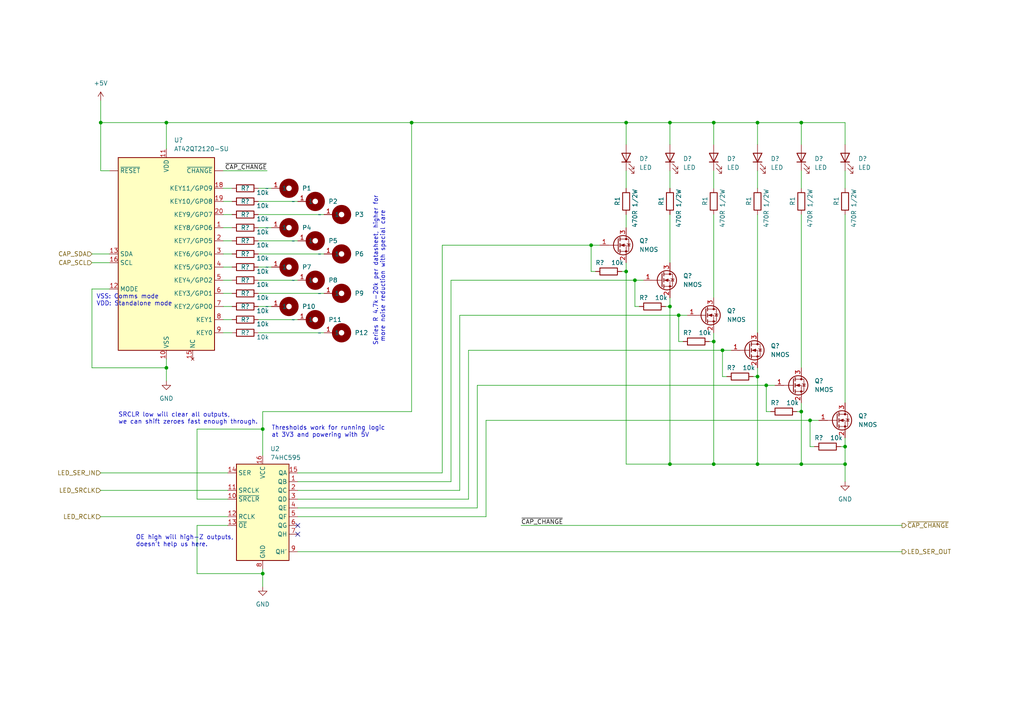
<source format=kicad_sch>
(kicad_sch (version 20230121) (generator eeschema)
  (paper "A4")
  (lib_symbols
    (symbol "74xx:74HC595"
      (property "Reference" "U" (at -7.62 13.97 0))
      (property "Value" "74HC595" (at -7.62 -16.51 0))
      (symbol "74HC595_1_0"
        (pin tri_state line (at 10.16 7.62 180) (length 2.54) (name "QB") (number "1"))
        (pin input line (at -10.16 2.54 0) (length 2.54) (name "~{SRCLR}") (number "10"))
        (pin input line (at -10.16 5.08 0) (length 2.54) (name "SRCLK") (number "11"))
        (pin input line (at -10.16 -2.54 0) (length 2.54) (name "RCLK") (number "12"))
        (pin input line (at -10.16 -5.08 0) (length 2.54) (name "~{OE}") (number "13"))
        (pin input line (at -10.16 10.16 0) (length 2.54) (name "SER") (number "14"))
        (pin tri_state line (at 10.16 10.16 180) (length 2.54) (name "QA") (number "15"))
        (pin power_in line (at 0 15.24 270) (length 2.54) (name "VCC") (number "16"))
        (pin tri_state line (at 10.16 5.08 180) (length 2.54) (name "QC") (number "2"))
        (pin tri_state line (at 10.16 2.54 180) (length 2.54) (name "QD") (number "3"))
        (pin tri_state line (at 10.16 0 180) (length 2.54) (name "QE") (number "4"))
        (pin tri_state line (at 10.16 -2.54 180) (length 2.54) (name "QF") (number "5"))
        (pin tri_state line (at 10.16 -5.08 180) (length 2.54) (name "QG") (number "6"))
        (pin tri_state line (at 10.16 -7.62 180) (length 2.54) (name "QH") (number "7"))
        (pin power_in line (at 0 -17.78 90) (length 2.54) (name "GND") (number "8"))
        (pin output line (at 10.16 -12.7 180) (length 2.54) (name "QH'") (number "9"))
      )
      (symbol "74HC595_1_1"
        (rectangle (start -7.62 12.7) (end 7.62 -15.24) (stroke (width 0.254)) (fill (type background)))
      )
    )
    (symbol "Device:LED" (pin_numbers hide) (pin_names (offset 1.016) hide)
      (property "Reference" "D" (at 0 2.54 0))
      (property "Value" "LED" (at 0 -2.54 0))
      (symbol "LED_0_1"
        (polyline (pts (xy -1.27 -1.27) (xy -1.27 1.27)) (stroke (width 0.254)))
        (polyline (pts (xy -1.27 0) (xy 1.27 0)))
        (polyline (pts (xy 1.27 -1.27) (xy 1.27 1.27) (xy -1.27 0) (xy 1.27 -1.27)) (stroke (width 0.254)))
        (polyline (pts (xy -3.048 -0.762) (xy -4.572 -2.286) (xy -3.81 -2.286) (xy -4.572 -2.286) (xy -4.572 -1.524)))
        (polyline (pts (xy -1.778 -0.762) (xy -3.302 -2.286) (xy -2.54 -2.286) (xy -3.302 -2.286) (xy -3.302 -1.524)))
      )
      (symbol "LED_1_1"
        (pin passive line (at -3.81 0 0) (length 2.54) (name "K") (number "1"))
        (pin passive line (at 3.81 0 180) (length 2.54) (name "A") (number "2"))
      )
    )
    (symbol "Device:Q_NMOS_GSD" (pin_names (offset 0) hide)
      (property "Reference" "Q" (at 5.08 1.27 0))
      (property "Value" "Q_NMOS_GSD" (at 5.08 -1.27 0))
      (symbol "Q_NMOS_GSD_0_1"
        (polyline (pts (xy 0.254 0) (xy -2.54 0)))
        (polyline (pts (xy 0.254 1.905) (xy 0.254 -1.905)) (stroke (width 0.254)))
        (polyline (pts (xy 0.762 -1.27) (xy 0.762 -2.286)) (stroke (width 0.254)))
        (polyline (pts (xy 0.762 0.508) (xy 0.762 -0.508)) (stroke (width 0.254)))
        (polyline (pts (xy 0.762 2.286) (xy 0.762 1.27)) (stroke (width 0.254)))
        (polyline (pts (xy 2.54 2.54) (xy 2.54 1.778)))
        (polyline (pts (xy 2.54 -2.54) (xy 2.54 0) (xy 0.762 0)))
        (polyline (pts (xy 0.762 -1.778) (xy 3.302 -1.778) (xy 3.302 1.778) (xy 0.762 1.778)))
        (polyline (pts (xy 1.016 0) (xy 2.032 0.381) (xy 2.032 -0.381) (xy 1.016 0)) (fill (type outline)))
        (polyline (pts (xy 2.794 0.508) (xy 2.921 0.381) (xy 3.683 0.381) (xy 3.81 0.254)))
        (polyline (pts (xy 3.302 0.381) (xy 2.921 -0.254) (xy 3.683 -0.254) (xy 3.302 0.381)))
        (circle (center 1.651 0) (radius 2.794) (stroke (width 0.254)))
        (circle (center 2.54 -1.778) (radius 0.254) (fill (type outline)))
        (circle (center 2.54 1.778) (radius 0.254) (fill (type outline)))
      )
      (symbol "Q_NMOS_GSD_1_1"
        (pin input line (at -5.08 0 0) (length 2.54) (name "G") (number "1"))
        (pin passive line (at 2.54 -5.08 90) (length 2.54) (name "S") (number "2"))
        (pin passive line (at 2.54 5.08 270) (length 2.54) (name "D") (number "3"))
      )
    )
    (symbol "Device:R" (pin_numbers hide) (pin_names (offset 0))
      (property "Reference" "R" (at 2.032 0 90))
      (property "Value" "R" (at 0 0 90))
      (symbol "R_0_1"
        (rectangle (start -1.016 -2.54) (end 1.016 2.54) (stroke (width 0.254)))
      )
      (symbol "R_1_1"
        (pin passive line (at 0 3.81 270) (length 1.27) (name "~") (number "1"))
        (pin passive line (at 0 -3.81 90) (length 1.27) (name "~") (number "2"))
      )
    )
    (symbol "Sensor_Touch:AT42QT2120-SU"
      (property "Reference" "U" (at 10.16 38.1 0))
      (property "Value" "AT42QT2120-SU" (at 15.24 -16.51 0))
      (symbol "AT42QT2120-SU_1_1"
        (rectangle (start 13.97 40.64) (end 41.91 -15.24) (stroke (width 0.254)) (fill (type background)))
        (pin output line (at 44.45 36.83 180) (length 2.54) (name "~{CHANGE}") (number ""))
        (pin input line (at 11.43 36.83 0) (length 2.54) (name "~{RESET}") (number ""))
        (pin bidirectional line (at 44.45 20.32 180) (length 2.54) (name "KEY8/GPO6") (number "1"))
        (pin power_in line (at 27.94 -17.78 90) (length 2.54) (name "VSS") (number "10"))
        (pin power_in line (at 27.94 43.18 270) (length 2.54) (name "VDD") (number "11"))
        (pin input line (at 11.43 2.54 0) (length 2.54) (name "MODE") (number "12"))
        (pin bidirectional line (at 11.43 12.7 0) (length 2.54) (name "SDA") (number "13"))
        (pin no_connect line (at 35.56 -17.78 90) (length 2.54) (name "NC") (number "15"))
        (pin bidirectional line (at 11.43 10.16 0) (length 2.54) (name "SCL") (number "16"))
        (pin bidirectional line (at 44.45 31.75 180) (length 2.54) (name "KEY11/GPO9") (number "18"))
        (pin bidirectional line (at 44.45 27.94 180) (length 2.54) (name "KEY10/GPO8") (number "19"))
        (pin bidirectional line (at 44.45 16.51 180) (length 2.54) (name "KEY7/GPO5") (number "2"))
        (pin bidirectional line (at 44.45 24.13 180) (length 2.54) (name "KEY9/GPO7") (number "20"))
        (pin bidirectional line (at 44.45 12.7 180) (length 2.54) (name "KEY6/GPO4") (number "3"))
        (pin bidirectional line (at 44.45 8.89 180) (length 2.54) (name "KEY5/GPO3") (number "4"))
        (pin bidirectional line (at 44.45 5.08 180) (length 2.54) (name "KEY4/GPO2") (number "5"))
        (pin bidirectional line (at 44.45 1.27 180) (length 2.54) (name "KEY3/GPO1") (number "6"))
        (pin bidirectional line (at 44.45 -2.54 180) (length 2.54) (name "KEY2/GPO0") (number "7"))
        (pin bidirectional line (at 44.45 -6.35 180) (length 2.54) (name "KEY1") (number "8"))
        (pin bidirectional line (at 44.45 -10.16 180) (length 2.54) (name "KEY0") (number "9"))
      )
    )
    (symbol "Sensor_Touch:Single_LED_Touch_Key"
      (property "Reference" "P" (at 2.54 3.81 0))
      (symbol "Single_LED_Touch_Key_1_1"
        (circle (center 0 0) (radius 1.7961) (stroke (width 2)))
        (pin bidirectional line (at -5.08 0 0) (length 2.54) (name "1") (number "1"))
      )
    )
    (symbol "power:+5V" (power) (pin_names (offset 0))
      (property "Value" "+5V" (at 0 3.556 0))
      (symbol "+5V_0_1"
        (polyline (pts (xy -0.762 1.27) (xy 0 2.54)))
        (polyline (pts (xy 0 0) (xy 0 2.54)))
        (polyline (pts (xy 0 2.54) (xy 0.762 1.27)))
      )
      (symbol "+5V_1_1"
        (pin power_in line (at 0 0 90) (length 0) hide (name "+5V") (number "1"))
      )
    )
    (symbol "power:GND" (power) (pin_names (offset 0))
      (property "Value" "GND" (at 0 -3.81 0))
      (symbol "GND_0_1"
        (polyline (pts (xy 0 0) (xy 0 -1.27) (xy 1.27 -1.27) (xy 0 -2.54) (xy -1.27 -1.27) (xy 0 -1.27)))
      )
      (symbol "GND_1_1"
        (pin power_in line (at 0 0 270) (length 0) hide (name "GND") (number "1"))
      )
    )
  )
  (junction (at 245.11 134.62))
  (junction (at 207.01 99.06))
  (junction (at 232.41 119.38))
  (junction (at 48.26 35.56))
  (junction (at 222.25 111.76))
  (junction (at 196.85 91.44))
  (junction (at 207.01 134.62))
  (junction (at 76.2 166.37))
  (junction (at 184.15 81.28))
  (junction (at 29.21 35.56))
  (junction (at 232.41 35.56))
  (junction (at 219.71 134.62))
  (junction (at 207.01 35.56))
  (junction (at 234.95 121.92))
  (junction (at 209.55 101.6))
  (junction (at 219.71 35.56))
  (junction (at 219.71 109.22))
  (junction (at 48.26 106.68))
  (junction (at 194.31 35.56))
  (junction (at 245.11 129.54))
  (junction (at 232.41 134.62))
  (junction (at 119.38 35.56))
  (junction (at 171.45 71.12))
  (junction (at 194.31 88.9))
  (junction (at 76.2 124.46))
  (junction (at 181.61 78.74))
  (junction (at 181.61 35.56))
  (junction (at 194.31 134.62))
  (no_connect (at 86.36 154.94))
  (no_connect (at 86.36 152.4))
  (wire (pts (xy 74.93 77.47) (xy 78.74 77.47)))
  (wire (pts (xy 209.55 101.6) (xy 212.09 101.6)))
  (wire (pts (xy 236.22 129.54) (xy 234.95 129.54)))
  (wire (pts (xy 64.77 73.66) (xy 67.31 73.66)))
  (wire (pts (xy 57.15 124.46) (xy 76.2 124.46)))
  (wire (pts (xy 74.93 69.85) (xy 86.36 69.85)))
  (wire (pts (xy 64.77 88.9) (xy 67.31 88.9)))
  (wire (pts (xy 128.27 71.12) (xy 171.45 71.12)))
  (wire (pts (xy 64.77 85.09) (xy 67.31 85.09)))
  (wire (pts (xy 232.41 62.23) (xy 232.41 106.68)))
  (wire (pts (xy 64.77 66.04) (xy 67.31 66.04)))
  (wire (pts (xy 130.81 81.28) (xy 184.15 81.28)))
  (wire (pts (xy 74.93 73.66) (xy 93.98 73.66)))
  (wire (pts (xy 64.77 96.52) (xy 67.31 96.52)))
  (wire (pts (xy 205.74 99.06) (xy 207.01 99.06)))
  (wire (pts (xy 135.89 101.6) (xy 135.89 144.78)))
  (wire (pts (xy 64.77 81.28) (xy 67.31 81.28)))
  (wire (pts (xy 74.93 66.04) (xy 78.74 66.04)))
  (wire (pts (xy 198.12 99.06) (xy 196.85 99.06)))
  (wire (pts (xy 245.11 139.7) (xy 245.11 134.62)))
  (wire (pts (xy 232.41 119.38) (xy 232.41 134.62)))
  (wire (pts (xy 29.21 149.86) (xy 66.04 149.86)))
  (wire (pts (xy 232.41 35.56) (xy 245.11 35.56)))
  (wire (pts (xy 181.61 35.56) (xy 181.61 41.91)))
  (wire (pts (xy 48.26 43.18) (xy 48.26 35.56)))
  (wire (pts (xy 74.93 88.9) (xy 78.74 88.9)))
  (wire (pts (xy 64.77 92.71) (xy 67.31 92.71)))
  (wire (pts (xy 207.01 35.56) (xy 207.01 41.91)))
  (wire (pts (xy 207.01 35.56) (xy 219.71 35.56)))
  (wire (pts (xy 29.21 35.56) (xy 48.26 35.56)))
  (wire (pts (xy 222.25 111.76) (xy 224.79 111.76)))
  (wire (pts (xy 194.31 88.9) (xy 194.31 134.62)))
  (wire (pts (xy 74.93 85.09) (xy 93.98 85.09)))
  (wire (pts (xy 219.71 134.62) (xy 232.41 134.62)))
  (wire (pts (xy 184.15 81.28) (xy 186.69 81.28)))
  (wire (pts (xy 64.77 58.42) (xy 67.31 58.42)))
  (wire (pts (xy 140.97 121.92) (xy 234.95 121.92)))
  (wire (pts (xy 128.27 137.16) (xy 128.27 71.12)))
  (wire (pts (xy 245.11 129.54) (xy 245.11 134.62)))
  (wire (pts (xy 232.41 49.53) (xy 232.41 54.61)))
  (wire (pts (xy 231.14 119.38) (xy 232.41 119.38)))
  (wire (pts (xy 194.31 134.62) (xy 207.01 134.62)))
  (wire (pts (xy 31.75 83.82) (xy 26.67 83.82)))
  (wire (pts (xy 181.61 134.62) (xy 194.31 134.62)))
  (wire (pts (xy 76.2 119.38) (xy 76.2 124.46)))
  (wire (pts (xy 196.85 99.06) (xy 196.85 91.44)))
  (wire (pts (xy 234.95 129.54) (xy 234.95 121.92)))
  (wire (pts (xy 76.2 124.46) (xy 76.2 132.08)))
  (wire (pts (xy 181.61 76.2) (xy 181.61 78.74)))
  (wire (pts (xy 207.01 96.52) (xy 207.01 99.06)))
  (wire (pts (xy 86.36 137.16) (xy 128.27 137.16)))
  (wire (pts (xy 57.15 152.4) (xy 57.15 166.37)))
  (wire (pts (xy 245.11 62.23) (xy 245.11 116.84)))
  (wire (pts (xy 232.41 116.84) (xy 232.41 119.38)))
  (wire (pts (xy 31.75 49.53) (xy 29.21 49.53)))
  (wire (pts (xy 245.11 127) (xy 245.11 129.54)))
  (wire (pts (xy 74.93 92.71) (xy 86.36 92.71)))
  (wire (pts (xy 219.71 62.23) (xy 219.71 96.52)))
  (wire (pts (xy 130.81 139.7) (xy 86.36 139.7)))
  (wire (pts (xy 194.31 62.23) (xy 194.31 76.2)))
  (wire (pts (xy 74.93 62.23) (xy 93.98 62.23)))
  (wire (pts (xy 140.97 149.86) (xy 86.36 149.86)))
  (wire (pts (xy 74.93 54.61) (xy 78.74 54.61)))
  (wire (pts (xy 138.43 147.32) (xy 138.43 111.76)))
  (wire (pts (xy 64.77 49.53) (xy 77.47 49.53)))
  (wire (pts (xy 48.26 106.68) (xy 48.26 110.49)))
  (wire (pts (xy 29.21 142.24) (xy 66.04 142.24)))
  (wire (pts (xy 194.31 35.56) (xy 194.31 41.91)))
  (wire (pts (xy 86.36 147.32) (xy 138.43 147.32)))
  (wire (pts (xy 64.77 62.23) (xy 67.31 62.23)))
  (wire (pts (xy 184.15 88.9) (xy 184.15 81.28)))
  (wire (pts (xy 209.55 109.22) (xy 209.55 101.6)))
  (wire (pts (xy 181.61 78.74) (xy 181.61 134.62)))
  (wire (pts (xy 29.21 29.21) (xy 29.21 35.56)))
  (wire (pts (xy 64.77 77.47) (xy 67.31 77.47)))
  (wire (pts (xy 29.21 137.16) (xy 66.04 137.16)))
  (wire (pts (xy 218.44 109.22) (xy 219.71 109.22)))
  (wire (pts (xy 219.71 106.68) (xy 219.71 109.22)))
  (wire (pts (xy 133.35 142.24) (xy 133.35 91.44)))
  (wire (pts (xy 181.61 49.53) (xy 181.61 54.61)))
  (wire (pts (xy 219.71 49.53) (xy 219.71 54.61)))
  (wire (pts (xy 222.25 119.38) (xy 222.25 111.76)))
  (wire (pts (xy 219.71 109.22) (xy 219.71 134.62)))
  (wire (pts (xy 64.77 54.61) (xy 67.31 54.61)))
  (wire (pts (xy 29.21 49.53) (xy 29.21 35.56)))
  (wire (pts (xy 171.45 78.74) (xy 171.45 71.12)))
  (wire (pts (xy 119.38 35.56) (xy 119.38 119.38)))
  (wire (pts (xy 210.82 109.22) (xy 209.55 109.22)))
  (wire (pts (xy 194.31 35.56) (xy 207.01 35.56)))
  (wire (pts (xy 130.81 81.28) (xy 130.81 139.7)))
  (wire (pts (xy 140.97 121.92) (xy 140.97 149.86)))
  (wire (pts (xy 196.85 91.44) (xy 199.39 91.44)))
  (wire (pts (xy 234.95 121.92) (xy 237.49 121.92)))
  (wire (pts (xy 48.26 35.56) (xy 119.38 35.56)))
  (wire (pts (xy 232.41 134.62) (xy 245.11 134.62)))
  (wire (pts (xy 135.89 101.6) (xy 209.55 101.6)))
  (wire (pts (xy 74.93 96.52) (xy 93.98 96.52)))
  (wire (pts (xy 26.67 83.82) (xy 26.67 106.68)))
  (wire (pts (xy 76.2 166.37) (xy 76.2 170.18)))
  (wire (pts (xy 181.61 35.56) (xy 194.31 35.56)))
  (wire (pts (xy 243.84 129.54) (xy 245.11 129.54)))
  (wire (pts (xy 223.52 119.38) (xy 222.25 119.38)))
  (wire (pts (xy 135.89 144.78) (xy 86.36 144.78)))
  (wire (pts (xy 232.41 35.56) (xy 232.41 41.91)))
  (wire (pts (xy 66.04 152.4) (xy 57.15 152.4)))
  (wire (pts (xy 64.77 69.85) (xy 67.31 69.85)))
  (wire (pts (xy 86.36 160.02) (xy 261.62 160.02)))
  (wire (pts (xy 119.38 119.38) (xy 76.2 119.38)))
  (wire (pts (xy 48.26 104.14) (xy 48.26 106.68)))
  (wire (pts (xy 171.45 71.12) (xy 173.99 71.12)))
  (wire (pts (xy 207.01 49.53) (xy 207.01 54.61)))
  (wire (pts (xy 181.61 62.23) (xy 181.61 66.04)))
  (wire (pts (xy 219.71 35.56) (xy 219.71 41.91)))
  (wire (pts (xy 86.36 142.24) (xy 133.35 142.24)))
  (wire (pts (xy 74.93 81.28) (xy 86.36 81.28)))
  (wire (pts (xy 219.71 35.56) (xy 232.41 35.56)))
  (wire (pts (xy 138.43 111.76) (xy 222.25 111.76)))
  (wire (pts (xy 26.67 76.2) (xy 31.75 76.2)))
  (wire (pts (xy 194.31 49.53) (xy 194.31 54.61)))
  (wire (pts (xy 151.13 152.4) (xy 261.62 152.4)))
  (wire (pts (xy 245.11 49.53) (xy 245.11 54.61)))
  (wire (pts (xy 57.15 166.37) (xy 76.2 166.37)))
  (wire (pts (xy 194.31 86.36) (xy 194.31 88.9)))
  (wire (pts (xy 57.15 144.78) (xy 57.15 124.46)))
  (wire (pts (xy 26.67 106.68) (xy 48.26 106.68)))
  (wire (pts (xy 180.34 78.74) (xy 181.61 78.74)))
  (wire (pts (xy 74.93 58.42) (xy 86.36 58.42)))
  (wire (pts (xy 66.04 144.78) (xy 57.15 144.78)))
  (wire (pts (xy 119.38 35.56) (xy 181.61 35.56)))
  (wire (pts (xy 207.01 99.06) (xy 207.01 134.62)))
  (wire (pts (xy 207.01 134.62) (xy 219.71 134.62)))
  (wire (pts (xy 193.04 88.9) (xy 194.31 88.9)))
  (wire (pts (xy 185.42 88.9) (xy 184.15 88.9)))
  (wire (pts (xy 133.35 91.44) (xy 196.85 91.44)))
  (wire (pts (xy 172.72 78.74) (xy 171.45 78.74)))
  (wire (pts (xy 26.67 73.66) (xy 31.75 73.66)))
  (wire (pts (xy 245.11 35.56) (xy 245.11 41.91)))
  (wire (pts (xy 76.2 165.1) (xy 76.2 166.37)))
  (wire (pts (xy 207.01 62.23) (xy 207.01 86.36)))
  (text "Series R 4.7k-20k per datasheet, higher for\n more noise reduction with special care" (at 111.76 100.33 90) (effects (font (size 1.27 1.27)) (justify left bottom)))
  (text "VSS: Comms mode\nVDD: Standalone mode" (at 27.94 88.9 0) (effects (font (size 1.27 1.27)) (justify left bottom)))
  (text "SRCLR low will clear all outputs,\nwe can shift zeroes fast enough through." (at 34.29 123.19 0) (effects (font (size 1.27 1.27)) (justify left bottom)))
  (text "OE high will high-Z outputs,\ndoesn't help us here." (at 39.37 158.75 0) (effects (font (size 1.27 1.27)) (justify left bottom)))
  (text "Thresholds work for running logic\nat 3V3 and powering with 5V" (at 78.74 127 0) (effects (font (size 1.27 1.27)) (justify left bottom)))
  (label "~{CAP_CHANGE}" (at 151.13 152.4 0))
  (label "~{CAP_CHANGE}" (at 77.47 49.53 180))
  (hierarchical_label "CAP_SDA" (shape input) (at 26.67 73.66 180))
  (hierarchical_label "LED_SRCLK" (shape input) (at 29.21 142.24 180))
  (hierarchical_label "LED_SER_IN" (shape input) (at 29.21 137.16 180))
  (hierarchical_label "~{CAP_CHANGE}" (shape output) (at 261.62 152.4 0))
  (hierarchical_label "CAP_SCL" (shape input) (at 26.67 76.2 180))
  (hierarchical_label "LED_SER_OUT" (shape output) (at 261.62 160.02 0))
  (hierarchical_label "LED_RCLK" (shape input) (at 29.21 149.86 180))
  (symbol (lib_id "power:GND") (at 76.2 170.18 0) (unit 1)
    (property "Reference" "#PWR021" (effects hide))
    (property "Value" "GND" (at 76.2 175.26 0))
    (instances (project "button-board" (path "" (reference "#PWR021") (unit 1)) (path "" (reference "#PWR08") (unit 1)) (path "" (reference "#PWR013") (unit 1)) (path "" (reference "#PWR023") (unit 1)) (path "" (reference "#PWR039") (unit 1)) (path "" (reference "#PWR018") (unit 1))))
  )
  (symbol (lib_id "Device:R") (at 194.31 58.42 0) (unit 1)
    (property "Reference" "R1" (at 191.77 59.69 90) (effects (justify left)))
    (property "Value" "470R 1/2W" (at 196.85 66.04 90) (effects (justify left)))
    (property "Footprint" "Resistor_SMD:R_1206_3216Metric" (effects hide))
    (property "MPN" "ERJ-P08J471V" (effects hide))
    (property "Link" "https://www.digikey.de/en/products/detail/panasonic-electronic-components/ERJ-P08J471V/525396" (effects hide))
    (instances (project "button-board" (path "" (reference "R1") (unit 1)) (path "" (reference "R21") (unit 1)) (path "" (reference "R36") (unit 1)) (path "" (reference "R63") (unit 1)) (path "" (reference "R114") (unit 1)) (path "" (reference "R142") (unit 1)) (path "" (reference "R3") (unit 1))))
  )
  (symbol (lib_id "Device:LED") (at 245.11 45.72 90) (unit 1)
    (property "Reference" "D?" (at 248.92 46.0375 90) (effects (justify right)))
    (property "Value" "LED" (at 248.92 48.5775 90) (effects (justify right)))
    (property "Footprint" "LED_SMD:LED_SunLED_XZ_Reverse_Mount" (effects hide))
    (instances (project "button-board" (path "" (reference "D?") (unit 1)) (path "" (reference "D6") (unit 1)) (path "" (reference "D12") (unit 1)) (path "" (reference "D18") (unit 1)) (path "" (reference "D30") (unit 1)) (path "" (reference "D36") (unit 1)) (path "" (reference "D24") (unit 1))))
  )
  (symbol (lib_id "Device:R") (at 181.61 58.42 0) (unit 1)
    (property "Reference" "R1" (at 179.07 59.69 90) (effects (justify left)))
    (property "Value" "470R 1/2W" (at 184.15 66.04 90) (effects (justify left)))
    (property "Footprint" "Resistor_SMD:R_1206_3216Metric" (effects hide))
    (property "MPN" "ERJ-P08J471V" (effects hide))
    (property "Link" "https://www.digikey.de/en/products/detail/panasonic-electronic-components/ERJ-P08J471V/525396" (effects hide))
    (instances (project "button-board" (path "" (reference "R1") (unit 1)) (path "" (reference "R21") (unit 1)) (path "" (reference "R36") (unit 1)) (path "" (reference "R62") (unit 1)) (path "" (reference "R114") (unit 1)) (path "" (reference "R142") (unit 1)) (path "" (reference "R3") (unit 1))))
  )
  (symbol (lib_id "Device:R") (at 245.11 58.42 0) (unit 1)
    (property "Reference" "R1" (at 242.57 59.69 90) (effects (justify left)))
    (property "Value" "470R 1/2W" (at 247.65 66.04 90) (effects (justify left)))
    (property "Footprint" "Resistor_SMD:R_1206_3216Metric" (effects hide))
    (property "MPN" "ERJ-P08J471V" (effects hide))
    (property "Link" "https://www.digikey.de/en/products/detail/panasonic-electronic-components/ERJ-P08J471V/525396" (effects hide))
    (instances (project "button-board" (path "" (reference "R1") (unit 1)) (path "" (reference "R21") (unit 1)) (path "" (reference "R36") (unit 1)) (path "" (reference "R69") (unit 1)) (path "" (reference "R114") (unit 1)) (path "" (reference "R142") (unit 1)) (path "" (reference "R3") (unit 1))))
  )
  (symbol (lib_id "Sensor_Touch:Single_LED_Touch_Key") (at 91.44 81.28 0) (unit 1)
    (property "Reference" "P8" (at 95.25 81.28 0) (effects (justify left)))
    (property "Value" "~" (at 85.09 81.28 0))
    (property "Footprint" "Button_Switch_SMD:Cap_Touch_Ring_Medium_Bottom" (effects hide))
    (instances (project "button-board" (path "" (reference "P8") (unit 1)) (path "" (reference "P20") (unit 1)) (path "" (reference "P32") (unit 1)) (path "" (reference "P56") (unit 1)) (path "" (reference "P68") (unit 1)) (path "" (reference "P44") (unit 1))))
  )
  (symbol (lib_id "Sensor_Touch:Single_LED_Touch_Key") (at 99.06 85.09 0) (unit 1)
    (property "Reference" "P9" (at 102.87 85.09 0) (effects (justify left)))
    (property "Value" "~" (at 92.71 85.09 0))
    (property "Footprint" "Button_Switch_SMD:Cap_Touch_Ring_Medium_Bottom" (effects hide))
    (instances (project "button-board" (path "" (reference "P9") (unit 1)) (path "" (reference "P21") (unit 1)) (path "" (reference "P33") (unit 1)) (path "" (reference "P57") (unit 1)) (path "" (reference "P69") (unit 1)) (path "" (reference "P45") (unit 1))))
  )
  (symbol (lib_id "Device:LED") (at 194.31 45.72 90) (unit 1)
    (property "Reference" "D?" (at 198.12 46.0375 90) (effects (justify right)))
    (property "Value" "LED" (at 198.12 48.5775 90) (effects (justify right)))
    (property "Footprint" "LED_SMD:LED_SunLED_XZ_Reverse_Mount" (effects hide))
    (instances (project "button-board" (path "" (reference "D?") (unit 1)) (path "" (reference "D2") (unit 1)) (path "" (reference "D8") (unit 1)) (path "" (reference "D14") (unit 1)) (path "" (reference "D26") (unit 1)) (path "" (reference "D32") (unit 1)) (path "" (reference "D20") (unit 1))))
  )
  (symbol (lib_id "power:GND") (at 245.11 139.7 0) (unit 1)
    (property "Reference" "#PWR?" (effects hide))
    (property "Value" "GND" (at 245.11 144.78 0))
    (instances (project "button-board" (path "" (reference "#PWR?") (unit 1)) (path "" (reference "#PWR04") (unit 1)) (path "" (reference "#PWR09") (unit 1)) (path "" (reference "#PWR012") (unit 1)) (path "" (reference "#PWR022") (unit 1)) (path "" (reference "#PWR026") (unit 1)) (path "" (reference "#PWR017") (unit 1))))
  )
  (symbol (lib_id "Device:R") (at 214.63 109.22 90) (unit 1)
    (property "Reference" "R?" (at 212.09 106.68 90))
    (property "Value" "10k" (at 217.17 106.68 90))
    (property "Footprint" "Resistor_SMD:R_0603_1608Metric" (effects hide))
    (instances (project "button-board" (path "" (reference "R?") (unit 1)) (path "" (reference "R34") (unit 1)) (path "" (reference "R26") (unit 1)) (path "" (reference "R57") (unit 1)) (path "" (reference "R137") (unit 1)) (path "" (reference "R164") (unit 1)) (path "" (reference "R106") (unit 1))))
  )
  (symbol (lib_id "Device:R") (at 71.12 66.04 90) (unit 1)
    (property "Reference" "R?" (at 71.12 66.04 90))
    (property "Value" "10k" (at 76.2 67.31 90))
    (property "Footprint" "Resistor_SMD:R_0603_1608Metric" (effects hide))
    (instances (project "button-board" (path "" (reference "R?") (unit 1)) (path "" (reference "R107") (unit 1)) (path "" (reference "R8") (unit 1)) (path "" (reference "R43") (unit 1)) (path "" (reference "R122") (unit 1)) (path "" (reference "R152") (unit 1)) (path "" (reference "R71") (unit 1))))
  )
  (symbol (lib_id "Sensor_Touch:Single_LED_Touch_Key") (at 91.44 69.85 0) (unit 1)
    (property "Reference" "P5" (at 95.25 69.85 0) (effects (justify left)))
    (property "Value" "~" (at 85.09 69.85 0))
    (property "Footprint" "Button_Switch_SMD:Cap_Touch_Ring_Medium_Bottom" (effects hide))
    (instances (project "button-board" (path "" (reference "P5") (unit 1)) (path "" (reference "P17") (unit 1)) (path "" (reference "P29") (unit 1)) (path "" (reference "P53") (unit 1)) (path "" (reference "P65") (unit 1)) (path "" (reference "P41") (unit 1))))
  )
  (symbol (lib_id "power:+5V") (at 29.21 29.21 0) (unit 1)
    (property "Reference" "#PWR?" (effects hide))
    (property "Value" "+5V" (at 29.21 24.13 0))
    (instances (project "button-board" (path "" (reference "#PWR?") (unit 1)) (path "" (reference "#PWR03") (unit 1)) (path "" (reference "#PWR06") (unit 1)) (path "" (reference "#PWR010") (unit 1)) (path "" (reference "#PWR019") (unit 1)) (path "" (reference "#PWR024") (unit 1)) (path "" (reference "#PWR014") (unit 1))))
  )
  (symbol (lib_id "Device:R") (at 71.12 92.71 90) (unit 1)
    (property "Reference" "R?" (at 71.12 92.71 90))
    (property "Value" "10k" (at 76.2 93.98 90))
    (property "Footprint" "Resistor_SMD:R_0603_1608Metric" (effects hide))
    (instances (project "button-board" (path "" (reference "R?") (unit 1)) (path "" (reference "R150") (unit 1)) (path "" (reference "R16") (unit 1)) (path "" (reference "R54") (unit 1)) (path "" (reference "R134") (unit 1)) (path "" (reference "R161") (unit 1)) (path "" (reference "R103") (unit 1))))
  )
  (symbol (lib_id "Device:R") (at 71.12 73.66 90) (unit 1)
    (property "Reference" "R?" (at 71.12 73.66 90))
    (property "Value" "10k" (at 76.2 74.93 90))
    (property "Footprint" "Resistor_SMD:R_0603_1608Metric" (effects hide))
    (instances (project "button-board" (path "" (reference "R?") (unit 1)) (path "" (reference "R109") (unit 1)) (path "" (reference "R10") (unit 1)) (path "" (reference "R45") (unit 1)) (path "" (reference "R124") (unit 1)) (path "" (reference "R154") (unit 1)) (path "" (reference "R74") (unit 1))))
  )
  (symbol (lib_id "74xx:74HC595") (at 76.2 147.32 0) (unit 1)
    (property "Reference" "U2" (at 78.3941 130.175 0) (effects (justify left)))
    (property "Value" "74HC595" (at 78.3941 132.715 0) (effects (justify left)))
    (property "Datasheet" "http://www.ti.com/lit/ds/symlink/sn74hc595.pdf" (effects hide))
    (instances (project "button-board" (path "" (reference "U2") (unit 1)) (path "" (reference "U?") (unit 1)) (path "" (reference "U8") (unit 1)) (path "" (reference "U4") (unit 1)) (path "" (reference "U6") (unit 1)) (path "" (reference "U11") (unit 1)) (path "" (reference "U13") (unit 1)) (path "" (reference "U9") (unit 1))))
  )
  (symbol (lib_id "Sensor_Touch:AT42QT2120-SU") (at 20.32 86.36 0) (unit 1)
    (property "Reference" "U?" (at 50.4541 40.64 0) (effects (justify left)))
    (property "Value" "AT42QT2120-SU" (at 50.4541 43.18 0) (effects (justify left)))
    (property "Footprint" "Package_SO:TSSOP-20_4.4x6.5mm_P0.65mm" (effects hide))
    (instances (project "button-board" (path "" (reference "U?") (unit 1)) (path "" (reference "U2") (unit 1)) (path "" (reference "U3") (unit 1)) (path "" (reference "U5") (unit 1)) (path "" (reference "U10") (unit 1)) (path "" (reference "U12") (unit 1)) (path "" (reference "U7") (unit 1))))
  )
  (symbol (lib_id "Device:LED") (at 207.01 45.72 90) (unit 1)
    (property "Reference" "D?" (at 210.82 46.0375 90) (effects (justify right)))
    (property "Value" "LED" (at 210.82 48.5775 90) (effects (justify right)))
    (property "Footprint" "LED_SMD:LED_SunLED_XZ_Reverse_Mount" (effects hide))
    (instances (project "button-board" (path "" (reference "D?") (unit 1)) (path "" (reference "D3") (unit 1)) (path "" (reference "D9") (unit 1)) (path "" (reference "D15") (unit 1)) (path "" (reference "D27") (unit 1)) (path "" (reference "D33") (unit 1)) (path "" (reference "D21") (unit 1))))
  )
  (symbol (lib_id "Device:R") (at 71.12 62.23 90) (unit 1)
    (property "Reference" "R?" (at 71.12 62.23 90))
    (property "Value" "10k" (at 76.2 63.5 90))
    (property "Footprint" "Resistor_SMD:R_0603_1608Metric" (effects hide))
    (instances (project "button-board" (path "" (reference "R?") (unit 1)) (path "" (reference "R119") (unit 1)) (path "" (reference "R7") (unit 1)) (path "" (reference "R42") (unit 1)) (path "" (reference "R121") (unit 1)) (path "" (reference "R148") (unit 1)) (path "" (reference "R70") (unit 1))))
  )
  (symbol (lib_id "Sensor_Touch:Single_LED_Touch_Key") (at 83.82 77.47 0) (unit 1)
    (property "Reference" "P7" (at 87.63 77.47 0) (effects (justify left)))
    (property "Value" "~" (at 77.47 77.47 0))
    (property "Footprint" "Button_Switch_SMD:Cap_Touch_Ring_Medium_Bottom" (effects hide))
    (instances (project "button-board" (path "" (reference "P7") (unit 1)) (path "" (reference "P19") (unit 1)) (path "" (reference "P31") (unit 1)) (path "" (reference "P55") (unit 1)) (path "" (reference "P67") (unit 1)) (path "" (reference "P43") (unit 1))))
  )
  (symbol (lib_id "Device:LED") (at 232.41 45.72 90) (unit 1)
    (property "Reference" "D?" (at 236.22 46.0375 90) (effects (justify right)))
    (property "Value" "LED" (at 236.22 48.5775 90) (effects (justify right)))
    (property "Footprint" "LED_SMD:LED_SunLED_XZ_Reverse_Mount" (effects hide))
    (instances (project "button-board" (path "" (reference "D?") (unit 1)) (path "" (reference "D5") (unit 1)) (path "" (reference "D11") (unit 1)) (path "" (reference "D17") (unit 1)) (path "" (reference "D29") (unit 1)) (path "" (reference "D35") (unit 1)) (path "" (reference "D23") (unit 1))))
  )
  (symbol (lib_id "Device:R") (at 189.23 88.9 90) (unit 1)
    (property "Reference" "R?" (at 186.69 86.36 90))
    (property "Value" "10k" (at 191.77 86.36 90))
    (property "Footprint" "Resistor_SMD:R_0603_1608Metric" (effects hide))
    (instances (project "button-board" (path "" (reference "R?") (unit 1)) (path "" (reference "R3") (unit 1)) (path "" (reference "R22") (unit 1)) (path "" (reference "R53") (unit 1)) (path "" (reference "R130") (unit 1)) (path "" (reference "R160") (unit 1)) (path "" (reference "R102") (unit 1))))
  )
  (symbol (lib_id "Sensor_Touch:Single_LED_Touch_Key") (at 99.06 96.52 0) (unit 1)
    (property "Reference" "P12" (at 102.87 96.52 0) (effects (justify left)))
    (property "Value" "~" (at 92.71 96.52 0))
    (property "Footprint" "Button_Switch_SMD:Cap_Touch_Ring_Medium_Bottom" (effects hide))
    (instances (project "button-board" (path "" (reference "P12") (unit 1)) (path "" (reference "P24") (unit 1)) (path "" (reference "P36") (unit 1)) (path "" (reference "P60") (unit 1)) (path "" (reference "P72") (unit 1)) (path "" (reference "P48") (unit 1))))
  )
  (symbol (lib_id "Device:Q_NMOS_GSD") (at 242.57 121.92 0) (unit 1)
    (property "Reference" "Q?" (at 248.92 120.65 0) (effects (justify left)))
    (property "Value" "NMOS" (at 248.92 123.19 0) (effects (justify left)))
    (property "Footprint" "Package_TO_SOT_SMD:TSOT-23" (effects hide))
    (property "Sim.Device" "NMOS" (effects hide))
    (property "Sim.Type" "VDMOS" (effects hide))
    (property "Sim.Pins" "1=D 2=G 3=S" (effects hide))
    (instances (project "button-board" (path "" (reference "Q?") (unit 1)) (path "" (reference "Q6") (unit 1)) (path "" (reference "Q12") (unit 1)) (path "" (reference "Q18") (unit 1)) (path "" (reference "Q30") (unit 1)) (path "" (reference "Q36") (unit 1)) (path "" (reference "Q24") (unit 1))))
  )
  (symbol (lib_id "Device:R") (at 71.12 88.9 90) (unit 1)
    (property "Reference" "R?" (at 71.12 88.9 90))
    (property "Value" "10k" (at 76.2 90.17 90))
    (property "Footprint" "Resistor_SMD:R_0603_1608Metric" (effects hide))
    (instances (project "button-board" (path "" (reference "R?") (unit 1)) (path "" (reference "R149") (unit 1)) (path "" (reference "R15") (unit 1)) (path "" (reference "R52") (unit 1)) (path "" (reference "R129") (unit 1)) (path "" (reference "R159") (unit 1)) (path "" (reference "R93") (unit 1))))
  )
  (symbol (lib_id "Sensor_Touch:Single_LED_Touch_Key") (at 91.44 58.42 0) (unit 1)
    (property "Reference" "P2" (at 95.25 58.42 0) (effects (justify left)))
    (property "Value" "~" (at 85.09 58.42 0))
    (property "Footprint" "Button_Switch_SMD:Cap_Touch_Ring_Medium_Bottom" (effects hide))
    (instances (project "button-board" (path "" (reference "P2") (unit 1)) (path "" (reference "P14") (unit 1)) (path "" (reference "P26") (unit 1)) (path "" (reference "P50") (unit 1)) (path "" (reference "P62") (unit 1)) (path "" (reference "P38") (unit 1))))
  )
  (symbol (lib_id "Device:R") (at 207.01 58.42 0) (unit 1)
    (property "Reference" "R1" (at 204.47 59.69 90) (effects (justify left)))
    (property "Value" "470R 1/2W" (at 209.55 66.04 90) (effects (justify left)))
    (property "Footprint" "Resistor_SMD:R_1206_3216Metric" (effects hide))
    (property "MPN" "ERJ-P08J471V" (effects hide))
    (property "Link" "https://www.digikey.de/en/products/detail/panasonic-electronic-components/ERJ-P08J471V/525396" (effects hide))
    (instances (project "button-board" (path "" (reference "R1") (unit 1)) (path "" (reference "R21") (unit 1)) (path "" (reference "R36") (unit 1)) (path "" (reference "R66") (unit 1)) (path "" (reference "R114") (unit 1)) (path "" (reference "R142") (unit 1)) (path "" (reference "R3") (unit 1))))
  )
  (symbol (lib_id "Device:R") (at 71.12 58.42 90) (unit 1)
    (property "Reference" "R?" (at 71.12 58.42 90))
    (property "Value" "10k" (at 76.2 59.69 90))
    (property "Footprint" "Resistor_SMD:R_0603_1608Metric" (effects hide))
    (instances (project "button-board" (path "" (reference "R?") (unit 1)) (path "" (reference "R101") (unit 1)) (path "" (reference "R6") (unit 1)) (path "" (reference "R33") (unit 1)) (path "" (reference "R113") (unit 1)) (path "" (reference "R141") (unit 1)) (path "" (reference "R61") (unit 1))))
  )
  (symbol (lib_id "Device:R") (at 232.41 58.42 0) (unit 1)
    (property "Reference" "R1" (at 229.87 59.69 90) (effects (justify left)))
    (property "Value" "470R 1/2W" (at 234.95 66.04 90) (effects (justify left)))
    (property "Footprint" "Resistor_SMD:R_1206_3216Metric" (effects hide))
    (property "MPN" "ERJ-P08J471V" (effects hide))
    (property "Link" "https://www.digikey.de/en/products/detail/panasonic-electronic-components/ERJ-P08J471V/525396" (effects hide))
    (instances (project "button-board" (path "" (reference "R1") (unit 1)) (path "" (reference "R21") (unit 1)) (path "" (reference "R36") (unit 1)) (path "" (reference "R68") (unit 1)) (path "" (reference "R114") (unit 1)) (path "" (reference "R142") (unit 1)) (path "" (reference "R3") (unit 1))))
  )
  (symbol (lib_id "Device:R") (at 71.12 96.52 90) (unit 1)
    (property "Reference" "R?" (at 71.12 96.52 90))
    (property "Value" "10k" (at 76.2 97.79 90))
    (property "Footprint" "Resistor_SMD:R_0603_1608Metric" (effects hide))
    (instances (project "button-board" (path "" (reference "R?") (unit 1)) (path "" (reference "R151") (unit 1)) (path "" (reference "R17") (unit 1)) (path "" (reference "R55") (unit 1)) (path "" (reference "R135") (unit 1)) (path "" (reference "R162") (unit 1)) (path "" (reference "R104") (unit 1))))
  )
  (symbol (lib_id "Sensor_Touch:Single_LED_Touch_Key") (at 83.82 66.04 0) (unit 1)
    (property "Reference" "P4" (at 87.63 66.04 0) (effects (justify left)))
    (property "Value" "~" (at 77.47 66.04 0))
    (property "Footprint" "Button_Switch_SMD:Cap_Touch_Ring_Medium_Bottom" (effects hide))
    (instances (project "button-board" (path "" (reference "P4") (unit 1)) (path "" (reference "P16") (unit 1)) (path "" (reference "P28") (unit 1)) (path "" (reference "P52") (unit 1)) (path "" (reference "P64") (unit 1)) (path "" (reference "P40") (unit 1))))
  )
  (symbol (lib_id "Device:R") (at 240.03 129.54 90) (unit 1)
    (property "Reference" "R?" (at 237.49 127 90))
    (property "Value" "10k" (at 242.57 127 90))
    (property "Footprint" "Resistor_SMD:R_0603_1608Metric" (effects hide))
    (instances (project "button-board" (path "" (reference "R?") (unit 1)) (path "" (reference "R64") (unit 1)) (path "" (reference "R30") (unit 1)) (path "" (reference "R59") (unit 1)) (path "" (reference "R139") (unit 1)) (path "" (reference "R166") (unit 1)) (path "" (reference "R111") (unit 1))))
  )
  (symbol (lib_id "Device:R") (at 71.12 54.61 90) (unit 1)
    (property "Reference" "R?" (at 71.12 54.61 90))
    (property "Value" "10k" (at 76.2 55.88 90))
    (property "Footprint" "Resistor_SMD:R_0603_1608Metric" (effects hide))
    (instances (project "button-board" (path "" (reference "R?") (unit 1)) (path "" (reference "R73") (unit 1)) (path "" (reference "R5") (unit 1)) (path "" (reference "R32") (unit 1)) (path "" (reference "R112") (unit 1)) (path "" (reference "R140") (unit 1)) (path "" (reference "R60") (unit 1))))
  )
  (symbol (lib_id "Sensor_Touch:Single_LED_Touch_Key") (at 91.44 92.71 0) (unit 1)
    (property "Reference" "P11" (at 95.25 92.71 0) (effects (justify left)))
    (property "Value" "~" (at 85.09 92.71 0))
    (property "Footprint" "Button_Switch_SMD:Cap_Touch_Ring_Medium_Bottom" (effects hide))
    (instances (project "button-board" (path "" (reference "P11") (unit 1)) (path "" (reference "P23") (unit 1)) (path "" (reference "P35") (unit 1)) (path "" (reference "P59") (unit 1)) (path "" (reference "P71") (unit 1)) (path "" (reference "P47") (unit 1))))
  )
  (symbol (lib_id "Device:LED") (at 219.71 45.72 90) (unit 1)
    (property "Reference" "D?" (at 223.52 46.0375 90) (effects (justify right)))
    (property "Value" "LED" (at 223.52 48.5775 90) (effects (justify right)))
    (property "Footprint" "LED_SMD:LED_SunLED_XZ_Reverse_Mount" (effects hide))
    (instances (project "button-board" (path "" (reference "D?") (unit 1)) (path "" (reference "D4") (unit 1)) (path "" (reference "D10") (unit 1)) (path "" (reference "D16") (unit 1)) (path "" (reference "D28") (unit 1)) (path "" (reference "D34") (unit 1)) (path "" (reference "D22") (unit 1))))
  )
  (symbol (lib_id "Device:LED") (at 181.61 45.72 90) (unit 1)
    (property "Reference" "D?" (at 185.42 46.0375 90) (effects (justify right)))
    (property "Value" "LED" (at 185.42 48.5775 90) (effects (justify right)))
    (property "Footprint" "LED_SMD:LED_SunLED_XZ_Reverse_Mount" (effects hide))
    (instances (project "button-board" (path "" (reference "D?") (unit 1)) (path "" (reference "D1") (unit 1)) (path "" (reference "D7") (unit 1)) (path "" (reference "D13") (unit 1)) (path "" (reference "D25") (unit 1)) (path "" (reference "D31") (unit 1)) (path "" (reference "D19") (unit 1))))
  )
  (symbol (lib_id "Device:Q_NMOS_GSD") (at 204.47 91.44 0) (unit 1)
    (property "Reference" "Q?" (at 210.82 90.17 0) (effects (justify left)))
    (property "Value" "NMOS" (at 210.82 92.71 0) (effects (justify left)))
    (property "Footprint" "Package_TO_SOT_SMD:TSOT-23" (effects hide))
    (property "Sim.Device" "NMOS" (effects hide))
    (property "Sim.Type" "VDMOS" (effects hide))
    (property "Sim.Pins" "1=D 2=G 3=S" (effects hide))
    (instances (project "button-board" (path "" (reference "Q?") (unit 1)) (path "" (reference "Q3") (unit 1)) (path "" (reference "Q9") (unit 1)) (path "" (reference "Q15") (unit 1)) (path "" (reference "Q27") (unit 1)) (path "" (reference "Q33") (unit 1)) (path "" (reference "Q21") (unit 1))))
  )
  (symbol (lib_id "Sensor_Touch:Single_LED_Touch_Key") (at 83.82 88.9 0) (unit 1)
    (property "Reference" "P10" (at 87.63 88.9 0) (effects (justify left)))
    (property "Value" "~" (at 77.47 88.9 0))
    (property "Footprint" "Button_Switch_SMD:Cap_Touch_Ring_Medium_Bottom" (effects hide))
    (instances (project "button-board" (path "" (reference "P10") (unit 1)) (path "" (reference "P22") (unit 1)) (path "" (reference "P34") (unit 1)) (path "" (reference "P58") (unit 1)) (path "" (reference "P70") (unit 1)) (path "" (reference "P46") (unit 1))))
  )
  (symbol (lib_id "Device:R") (at 71.12 69.85 90) (unit 1)
    (property "Reference" "R?" (at 71.12 69.85 90))
    (property "Value" "10k" (at 76.2 71.12 90))
    (property "Footprint" "Resistor_SMD:R_0603_1608Metric" (effects hide))
    (instances (project "button-board" (path "" (reference "R?") (unit 1)) (path "" (reference "R108") (unit 1)) (path "" (reference "R9") (unit 1)) (path "" (reference "R44") (unit 1)) (path "" (reference "R123") (unit 1)) (path "" (reference "R153") (unit 1)) (path "" (reference "R72") (unit 1))))
  )
  (symbol (lib_id "Device:R") (at 71.12 81.28 90) (unit 1)
    (property "Reference" "R?" (at 71.12 81.28 90))
    (property "Value" "10k" (at 76.2 82.55 90))
    (property "Footprint" "Resistor_SMD:R_0603_1608Metric" (effects hide))
    (instances (project "button-board" (path "" (reference "R?") (unit 1)) (path "" (reference "R132") (unit 1)) (path "" (reference "R12") (unit 1)) (path "" (reference "R48") (unit 1)) (path "" (reference "R127") (unit 1)) (path "" (reference "R157") (unit 1)) (path "" (reference "R77") (unit 1))))
  )
  (symbol (lib_id "Device:R") (at 201.93 99.06 90) (unit 1)
    (property "Reference" "R?" (at 199.39 96.52 90))
    (property "Value" "10k" (at 204.47 96.52 90))
    (property "Footprint" "Resistor_SMD:R_0603_1608Metric" (effects hide))
    (instances (project "button-board" (path "" (reference "R?") (unit 1)) (path "" (reference "R19") (unit 1)) (path "" (reference "R24") (unit 1)) (path "" (reference "R56") (unit 1)) (path "" (reference "R136") (unit 1)) (path "" (reference "R163") (unit 1)) (path "" (reference "R105") (unit 1))))
  )
  (symbol (lib_id "Device:Q_NMOS_GSD") (at 179.07 71.12 0) (unit 1)
    (property "Reference" "Q?" (at 185.42 69.85 0) (effects (justify left)))
    (property "Value" "NMOS" (at 185.42 72.39 0) (effects (justify left)))
    (property "Footprint" "Package_TO_SOT_SMD:TSOT-23" (effects hide))
    (property "Sim.Device" "NMOS" (effects hide))
    (property "Sim.Type" "VDMOS" (effects hide))
    (property "Sim.Pins" "1=D 2=G 3=S" (effects hide))
    (instances (project "button-board" (path "" (reference "Q?") (unit 1)) (path "" (reference "Q1") (unit 1)) (path "" (reference "Q7") (unit 1)) (path "" (reference "Q13") (unit 1)) (path "" (reference "Q25") (unit 1)) (path "" (reference "Q31") (unit 1)) (path "" (reference "Q19") (unit 1))))
  )
  (symbol (lib_id "Device:R") (at 71.12 77.47 90) (unit 1)
    (property "Reference" "R?" (at 71.12 77.47 90))
    (property "Value" "10k" (at 76.2 78.74 90))
    (property "Footprint" "Resistor_SMD:R_0603_1608Metric" (effects hide))
    (instances (project "button-board" (path "" (reference "R?") (unit 1)) (path "" (reference "R131") (unit 1)) (path "" (reference "R11") (unit 1)) (path "" (reference "R46") (unit 1)) (path "" (reference "R125") (unit 1)) (path "" (reference "R155") (unit 1)) (path "" (reference "R75") (unit 1))))
  )
  (symbol (lib_id "Device:Q_NMOS_GSD") (at 191.77 81.28 0) (unit 1)
    (property "Reference" "Q?" (at 198.12 80.01 0) (effects (justify left)))
    (property "Value" "NMOS" (at 198.12 82.55 0) (effects (justify left)))
    (property "Footprint" "Package_TO_SOT_SMD:TSOT-23" (effects hide))
    (property "Sim.Device" "NMOS" (effects hide))
    (property "Sim.Type" "VDMOS" (effects hide))
    (property "Sim.Pins" "1=D 2=G 3=S" (effects hide))
    (instances (project "button-board" (path "" (reference "Q?") (unit 1)) (path "" (reference "Q2") (unit 1)) (path "" (reference "Q8") (unit 1)) (path "" (reference "Q14") (unit 1)) (path "" (reference "Q26") (unit 1)) (path "" (reference "Q32") (unit 1)) (path "" (reference "Q20") (unit 1))))
  )
  (symbol (lib_id "Device:Q_NMOS_GSD") (at 229.87 111.76 0) (unit 1)
    (property "Reference" "Q?" (at 236.22 110.49 0) (effects (justify left)))
    (property "Value" "NMOS" (at 236.22 113.03 0) (effects (justify left)))
    (property "Footprint" "Package_TO_SOT_SMD:TSOT-23" (effects hide))
    (property "Sim.Device" "NMOS" (effects hide))
    (property "Sim.Type" "VDMOS" (effects hide))
    (property "Sim.Pins" "1=D 2=G 3=S" (effects hide))
    (instances (project "button-board" (path "" (reference "Q?") (unit 1)) (path "" (reference "Q5") (unit 1)) (path "" (reference "Q11") (unit 1)) (path "" (reference "Q17") (unit 1)) (path "" (reference "Q29") (unit 1)) (path "" (reference "Q35") (unit 1)) (path "" (reference "Q23") (unit 1))))
  )
  (symbol (lib_id "Device:R") (at 219.71 58.42 0) (unit 1)
    (property "Reference" "R1" (at 217.17 59.69 90) (effects (justify left)))
    (property "Value" "470R 1/2W" (at 222.25 66.04 90) (effects (justify left)))
    (property "Footprint" "Resistor_SMD:R_1206_3216Metric" (effects hide))
    (property "MPN" "ERJ-P08J471V" (effects hide))
    (property "Link" "https://www.digikey.de/en/products/detail/panasonic-electronic-components/ERJ-P08J471V/525396" (effects hide))
    (instances (project "button-board" (path "" (reference "R1") (unit 1)) (path "" (reference "R21") (unit 1)) (path "" (reference "R36") (unit 1)) (path "" (reference "R67") (unit 1)) (path "" (reference "R114") (unit 1)) (path "" (reference "R142") (unit 1)) (path "" (reference "R3") (unit 1))))
  )
  (symbol (lib_id "Device:Q_NMOS_GSD") (at 217.17 101.6 0) (unit 1)
    (property "Reference" "Q?" (at 223.52 100.33 0) (effects (justify left)))
    (property "Value" "NMOS" (at 223.52 102.87 0) (effects (justify left)))
    (property "Footprint" "Package_TO_SOT_SMD:TSOT-23" (effects hide))
    (property "Sim.Device" "NMOS" (effects hide))
    (property "Sim.Type" "VDMOS" (effects hide))
    (property "Sim.Pins" "1=D 2=G 3=S" (effects hide))
    (instances (project "button-board" (path "" (reference "Q?") (unit 1)) (path "" (reference "Q4") (unit 1)) (path "" (reference "Q10") (unit 1)) (path "" (reference "Q16") (unit 1)) (path "" (reference "Q28") (unit 1)) (path "" (reference "Q34") (unit 1)) (path "" (reference "Q22") (unit 1))))
  )
  (symbol (lib_id "Sensor_Touch:Single_LED_Touch_Key") (at 99.06 73.66 0) (unit 1)
    (property "Reference" "P6" (at 102.87 73.66 0) (effects (justify left)))
    (property "Value" "~" (at 92.71 73.66 0))
    (property "Footprint" "Button_Switch_SMD:Cap_Touch_Ring_Medium_Bottom" (effects hide))
    (instances (project "button-board" (path "" (reference "P6") (unit 1)) (path "" (reference "P18") (unit 1)) (path "" (reference "P30") (unit 1)) (path "" (reference "P54") (unit 1)) (path "" (reference "P66") (unit 1)) (path "" (reference "P42") (unit 1))))
  )
  (symbol (lib_id "Device:R") (at 176.53 78.74 90) (unit 1)
    (property "Reference" "R?" (at 173.99 76.2 90))
    (property "Value" "10k" (at 179.07 76.2 90))
    (property "Footprint" "Resistor_SMD:R_0603_1608Metric" (effects hide))
    (instances (project "button-board" (path "" (reference "R?") (unit 1)) (path "" (reference "R1") (unit 1)) (path "" (reference "R18") (unit 1)) (path "" (reference "R47") (unit 1)) (path "" (reference "R126") (unit 1)) (path "" (reference "R156") (unit 1)) (path "" (reference "R76") (unit 1))))
  )
  (symbol (lib_id "power:GND") (at 48.26 110.49 0) (unit 1)
    (property "Reference" "#PWR015" (effects hide))
    (property "Value" "GND" (at 48.26 115.57 0))
    (instances (project "button-board" (path "" (reference "#PWR015") (unit 1)) (path "" (reference "#PWR07") (unit 1)) (path "" (reference "#PWR011") (unit 1)) (path "" (reference "#PWR020") (unit 1)) (path "" (reference "#PWR025") (unit 1)) (path "" (reference "#PWR016") (unit 1))))
  )
  (symbol (lib_id "Sensor_Touch:Single_LED_Touch_Key") (at 99.06 62.23 0) (unit 1)
    (property "Reference" "P3" (at 102.87 62.23 0) (effects (justify left)))
    (property "Value" "~" (at 92.71 62.23 0))
    (property "Footprint" "Button_Switch_SMD:Cap_Touch_Ring_Medium_Bottom" (effects hide))
    (instances (project "button-board" (path "" (reference "P3") (unit 1)) (path "" (reference "P15") (unit 1)) (path "" (reference "P27") (unit 1)) (path "" (reference "P51") (unit 1)) (path "" (reference "P63") (unit 1)) (path "" (reference "P39") (unit 1))))
  )
  (symbol (lib_id "Device:R") (at 227.33 119.38 90) (unit 1)
    (property "Reference" "R?" (at 224.79 116.84 90))
    (property "Value" "10k" (at 229.87 116.84 90))
    (property "Footprint" "Resistor_SMD:R_0603_1608Metric" (effects hide))
    (instances (project "button-board" (path "" (reference "R?") (unit 1)) (path "" (reference "R49") (unit 1)) (path "" (reference "R28") (unit 1)) (path "" (reference "R58") (unit 1)) (path "" (reference "R138") (unit 1)) (path "" (reference "R165") (unit 1)) (path "" (reference "R110") (unit 1))))
  )
  (symbol (lib_id "Sensor_Touch:Single_LED_Touch_Key") (at 83.82 54.61 0) (unit 1)
    (property "Reference" "P1" (at 87.63 54.61 0) (effects (justify left)))
    (property "Value" "~" (at 77.47 54.61 0))
    (property "Footprint" "Button_Switch_SMD:Cap_Touch_Ring_Medium_Bottom" (effects hide))
    (instances (project "button-board" (path "" (reference "P1") (unit 1)) (path "" (reference "P13") (unit 1)) (path "" (reference "P25") (unit 1)) (path "" (reference "P49") (unit 1)) (path "" (reference "P61") (unit 1)) (path "" (reference "P37") (unit 1))))
  )
  (symbol (lib_id "Device:R") (at 71.12 85.09 90) (unit 1)
    (property "Reference" "R?" (at 71.12 85.09 90))
    (property "Value" "10k" (at 76.2 86.36 90))
    (property "Footprint" "Resistor_SMD:R_0603_1608Metric" (effects hide))
    (instances (project "button-board" (path "" (reference "R?") (unit 1)) (path "" (reference "R133") (unit 1)) (path "" (reference "R14") (unit 1)) (path "" (reference "R51") (unit 1)) (path "" (reference "R128") (unit 1)) (path "" (reference "R158") (unit 1)) (path "" (reference "R78") (unit 1))))
  )
)
</source>
